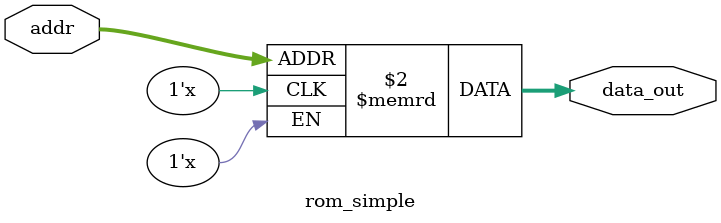
<source format=v>
module rom_simple #(
  parameter DATA_WIDTH = 8,
  parameter ADDR_WIDTH = 8
) (
  input [ADDR_WIDTH-1:0] addr,
  output reg [DATA_WIDTH-1:0] data_out
);

  reg [DATA_WIDTH-1:0] mem [0:255]; // Assuming 256 entries for demonstration

  initial begin
    // Initialize memory content here if needed
  end

  always @(*) begin
    data_out = mem[addr];
  end

endmodule
</source>
